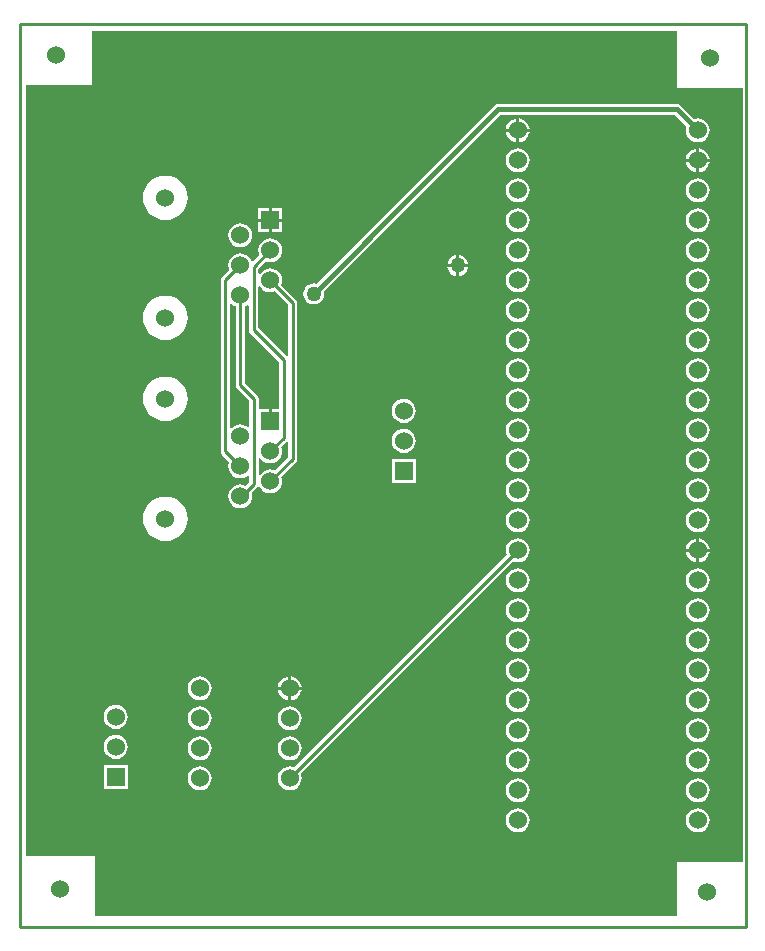
<source format=gbl>
G04*
G04 #@! TF.GenerationSoftware,Altium Limited,Altium Designer,19.1.8 (144)*
G04*
G04 Layer_Physical_Order=2*
G04 Layer_Color=16711680*
%FSLAX25Y25*%
%MOIN*%
G70*
G01*
G75*
%ADD12C,0.01000*%
%ADD25C,0.01500*%
%ADD26C,0.06000*%
%ADD27R,0.06000X0.06000*%
%ADD28C,0.05000*%
G36*
X220000Y280500D02*
X242000D01*
Y22500D01*
X220000D01*
Y4500D01*
X26000D01*
Y24500D01*
X3000D01*
Y281500D01*
X25000D01*
Y299500D01*
X220000D01*
Y280500D01*
D02*
G37*
%LPC*%
G36*
X167500Y270469D02*
Y267000D01*
X170969D01*
X170897Y267544D01*
X170494Y268517D01*
X169853Y269353D01*
X169017Y269994D01*
X168044Y270397D01*
X167500Y270469D01*
D02*
G37*
G36*
X166500D02*
X165956Y270397D01*
X164983Y269994D01*
X164147Y269353D01*
X163506Y268517D01*
X163103Y267544D01*
X163031Y267000D01*
X166500D01*
Y270469D01*
D02*
G37*
G36*
X170969Y266000D02*
X167500D01*
Y262531D01*
X168044Y262603D01*
X169017Y263006D01*
X169853Y263647D01*
X170494Y264483D01*
X170897Y265456D01*
X170969Y266000D01*
D02*
G37*
G36*
X166500D02*
X163031D01*
X163103Y265456D01*
X163506Y264483D01*
X164147Y263647D01*
X164983Y263006D01*
X165956Y262603D01*
X166500Y262531D01*
Y266000D01*
D02*
G37*
G36*
X220000Y275284D02*
X160500D01*
X159817Y275149D01*
X159238Y274762D01*
X159238Y274762D01*
X133238Y248762D01*
X99890Y215413D01*
X99000Y215530D01*
X98086Y215410D01*
X97235Y215057D01*
X96504Y214496D01*
X95943Y213765D01*
X95590Y212914D01*
X95470Y212000D01*
X95590Y211086D01*
X95943Y210235D01*
X96504Y209504D01*
X97235Y208943D01*
X98086Y208590D01*
X99000Y208470D01*
X99914Y208590D01*
X100765Y208943D01*
X101496Y209504D01*
X102057Y210235D01*
X102410Y211086D01*
X102530Y212000D01*
X102413Y212890D01*
X135762Y246238D01*
X161239Y271716D01*
X219261D01*
X223199Y267777D01*
X223103Y267544D01*
X222966Y266500D01*
X223103Y265456D01*
X223506Y264483D01*
X224147Y263647D01*
X224983Y263006D01*
X225956Y262603D01*
X227000Y262466D01*
X228044Y262603D01*
X229017Y263006D01*
X229853Y263647D01*
X230494Y264483D01*
X230897Y265456D01*
X231034Y266500D01*
X230897Y267544D01*
X230494Y268517D01*
X229853Y269353D01*
X229017Y269994D01*
X228044Y270397D01*
X227000Y270534D01*
X225956Y270397D01*
X225723Y270301D01*
X221262Y274762D01*
X220683Y275149D01*
X220000Y275284D01*
D02*
G37*
G36*
X227500Y260469D02*
Y257000D01*
X230969D01*
X230897Y257544D01*
X230494Y258517D01*
X229853Y259353D01*
X229017Y259994D01*
X228044Y260397D01*
X227500Y260469D01*
D02*
G37*
G36*
X226500D02*
X225956Y260397D01*
X224983Y259994D01*
X224147Y259353D01*
X223506Y258517D01*
X223103Y257544D01*
X223031Y257000D01*
X226500D01*
Y260469D01*
D02*
G37*
G36*
X230969Y256000D02*
X227500D01*
Y252531D01*
X228044Y252603D01*
X229017Y253006D01*
X229853Y253647D01*
X230494Y254483D01*
X230897Y255456D01*
X230969Y256000D01*
D02*
G37*
G36*
X226500D02*
X223031D01*
X223103Y255456D01*
X223506Y254483D01*
X224147Y253647D01*
X224983Y253006D01*
X225956Y252603D01*
X226500Y252531D01*
Y256000D01*
D02*
G37*
G36*
X167000Y260535D02*
X165956Y260397D01*
X164983Y259994D01*
X164147Y259353D01*
X163506Y258517D01*
X163103Y257544D01*
X162966Y256500D01*
X163103Y255456D01*
X163506Y254483D01*
X164147Y253647D01*
X164983Y253006D01*
X165956Y252603D01*
X167000Y252466D01*
X168044Y252603D01*
X169017Y253006D01*
X169853Y253647D01*
X170494Y254483D01*
X170897Y255456D01*
X171035Y256500D01*
X170897Y257544D01*
X170494Y258517D01*
X169853Y259353D01*
X169017Y259994D01*
X168044Y260397D01*
X167000Y260535D01*
D02*
G37*
G36*
X227000Y250535D02*
X225956Y250397D01*
X224983Y249994D01*
X224147Y249353D01*
X223506Y248517D01*
X223103Y247544D01*
X222966Y246500D01*
X223103Y245456D01*
X223506Y244483D01*
X224147Y243647D01*
X224983Y243006D01*
X225956Y242603D01*
X227000Y242465D01*
X228044Y242603D01*
X229017Y243006D01*
X229853Y243647D01*
X230494Y244483D01*
X230897Y245456D01*
X231034Y246500D01*
X230897Y247544D01*
X230494Y248517D01*
X229853Y249353D01*
X229017Y249994D01*
X228044Y250397D01*
X227000Y250535D01*
D02*
G37*
G36*
X167000D02*
X165956Y250397D01*
X164983Y249994D01*
X164147Y249353D01*
X163506Y248517D01*
X163103Y247544D01*
X162966Y246500D01*
X163103Y245456D01*
X163506Y244483D01*
X164147Y243647D01*
X164983Y243006D01*
X165956Y242603D01*
X167000Y242465D01*
X168044Y242603D01*
X169017Y243006D01*
X169853Y243647D01*
X170494Y244483D01*
X170897Y245456D01*
X171035Y246500D01*
X170897Y247544D01*
X170494Y248517D01*
X169853Y249353D01*
X169017Y249994D01*
X168044Y250397D01*
X167000Y250535D01*
D02*
G37*
G36*
X88500Y240500D02*
X85000D01*
Y237000D01*
X88500D01*
Y240500D01*
D02*
G37*
G36*
X84000D02*
X80500D01*
Y237000D01*
X84000D01*
Y240500D01*
D02*
G37*
G36*
X49500Y251433D02*
X48050Y251291D01*
X46655Y250868D01*
X45370Y250181D01*
X44244Y249256D01*
X43319Y248130D01*
X42632Y246845D01*
X42209Y245450D01*
X42067Y244000D01*
X42209Y242550D01*
X42632Y241155D01*
X43319Y239870D01*
X44244Y238744D01*
X45370Y237819D01*
X46655Y237132D01*
X48050Y236709D01*
X49500Y236567D01*
X50950Y236709D01*
X52345Y237132D01*
X53630Y237819D01*
X54756Y238744D01*
X55681Y239870D01*
X56368Y241155D01*
X56791Y242550D01*
X56933Y244000D01*
X56791Y245450D01*
X56368Y246845D01*
X55681Y248130D01*
X54756Y249256D01*
X53630Y250181D01*
X52345Y250868D01*
X50950Y251291D01*
X49500Y251433D01*
D02*
G37*
G36*
X88500Y236000D02*
X85000D01*
Y232500D01*
X88500D01*
Y236000D01*
D02*
G37*
G36*
X84000D02*
X80500D01*
Y232500D01*
X84000D01*
Y236000D01*
D02*
G37*
G36*
X227000Y240534D02*
X225956Y240397D01*
X224983Y239994D01*
X224147Y239353D01*
X223506Y238517D01*
X223103Y237544D01*
X222966Y236500D01*
X223103Y235456D01*
X223506Y234483D01*
X224147Y233647D01*
X224983Y233006D01*
X225956Y232603D01*
X227000Y232466D01*
X228044Y232603D01*
X229017Y233006D01*
X229853Y233647D01*
X230494Y234483D01*
X230897Y235456D01*
X231034Y236500D01*
X230897Y237544D01*
X230494Y238517D01*
X229853Y239353D01*
X229017Y239994D01*
X228044Y240397D01*
X227000Y240534D01*
D02*
G37*
G36*
X167000D02*
X165956Y240397D01*
X164983Y239994D01*
X164147Y239353D01*
X163506Y238517D01*
X163103Y237544D01*
X162966Y236500D01*
X163103Y235456D01*
X163506Y234483D01*
X164147Y233647D01*
X164983Y233006D01*
X165956Y232603D01*
X167000Y232466D01*
X168044Y232603D01*
X169017Y233006D01*
X169853Y233647D01*
X170494Y234483D01*
X170897Y235456D01*
X171035Y236500D01*
X170897Y237544D01*
X170494Y238517D01*
X169853Y239353D01*
X169017Y239994D01*
X168044Y240397D01*
X167000Y240534D01*
D02*
G37*
G36*
X74500Y235535D02*
X73456Y235397D01*
X72483Y234994D01*
X71647Y234353D01*
X71006Y233517D01*
X70603Y232544D01*
X70465Y231500D01*
X70603Y230456D01*
X71006Y229483D01*
X71647Y228647D01*
X72483Y228006D01*
X73456Y227603D01*
X74500Y227466D01*
X75544Y227603D01*
X76517Y228006D01*
X77353Y228647D01*
X77994Y229483D01*
X78397Y230456D01*
X78535Y231500D01*
X78397Y232544D01*
X77994Y233517D01*
X77353Y234353D01*
X76517Y234994D01*
X75544Y235397D01*
X74500Y235535D01*
D02*
G37*
G36*
X84500Y230535D02*
X83456Y230397D01*
X82483Y229994D01*
X81647Y229353D01*
X81006Y228517D01*
X80603Y227544D01*
X80466Y226500D01*
X80603Y225456D01*
X80805Y224968D01*
X78711Y222873D01*
X78220Y222971D01*
X77994Y223517D01*
X77353Y224353D01*
X76517Y224994D01*
X75544Y225397D01*
X74500Y225535D01*
X73456Y225397D01*
X72483Y224994D01*
X71647Y224353D01*
X71006Y223517D01*
X70603Y222544D01*
X70465Y221500D01*
X70603Y220456D01*
X70805Y219968D01*
X68419Y217581D01*
X68087Y217085D01*
X67971Y216500D01*
Y159500D01*
X68087Y158915D01*
X68419Y158419D01*
X70805Y156032D01*
X70603Y155544D01*
X70465Y154500D01*
X70603Y153456D01*
X71006Y152483D01*
X71647Y151647D01*
X72483Y151006D01*
X73456Y150603D01*
X74500Y150466D01*
X75544Y150603D01*
X76517Y151006D01*
X77056Y151420D01*
X77556Y151173D01*
Y149219D01*
X76386Y148048D01*
X75544Y148397D01*
X74500Y148535D01*
X73456Y148397D01*
X72483Y147994D01*
X71647Y147353D01*
X71006Y146517D01*
X70603Y145544D01*
X70465Y144500D01*
X70603Y143456D01*
X71006Y142483D01*
X71647Y141647D01*
X72483Y141006D01*
X73456Y140603D01*
X74500Y140465D01*
X75544Y140603D01*
X76517Y141006D01*
X77353Y141647D01*
X77994Y142483D01*
X78397Y143456D01*
X78535Y144500D01*
X78397Y145544D01*
X78341Y145678D01*
X80167Y147504D01*
X80345Y147771D01*
X80910Y147715D01*
X81006Y147483D01*
X81647Y146647D01*
X82483Y146006D01*
X83456Y145603D01*
X84500Y145466D01*
X85544Y145603D01*
X86517Y146006D01*
X87353Y146647D01*
X87994Y147483D01*
X88397Y148456D01*
X88534Y149500D01*
X88397Y150544D01*
X88195Y151032D01*
X93081Y155919D01*
X93413Y156415D01*
X93529Y157000D01*
Y209000D01*
X93413Y209585D01*
X93081Y210081D01*
X88195Y214968D01*
X88397Y215456D01*
X88534Y216500D01*
X88397Y217544D01*
X87994Y218517D01*
X87353Y219353D01*
X86517Y219994D01*
X85544Y220397D01*
X84500Y220534D01*
X83456Y220397D01*
X82483Y219994D01*
X81647Y219353D01*
X81029Y218548D01*
X80976Y218545D01*
X80529Y218800D01*
Y220367D01*
X82968Y222805D01*
X83456Y222603D01*
X84500Y222465D01*
X85544Y222603D01*
X86517Y223006D01*
X87353Y223647D01*
X87994Y224483D01*
X88397Y225456D01*
X88534Y226500D01*
X88397Y227544D01*
X87994Y228517D01*
X87353Y229353D01*
X86517Y229994D01*
X85544Y230397D01*
X84500Y230535D01*
D02*
G37*
G36*
X227000D02*
X225956Y230397D01*
X224983Y229994D01*
X224147Y229353D01*
X223506Y228517D01*
X223103Y227544D01*
X222966Y226500D01*
X223103Y225456D01*
X223506Y224483D01*
X224147Y223647D01*
X224983Y223006D01*
X225956Y222603D01*
X227000Y222465D01*
X228044Y222603D01*
X229017Y223006D01*
X229853Y223647D01*
X230494Y224483D01*
X230897Y225456D01*
X231034Y226500D01*
X230897Y227544D01*
X230494Y228517D01*
X229853Y229353D01*
X229017Y229994D01*
X228044Y230397D01*
X227000Y230535D01*
D02*
G37*
G36*
X167000D02*
X165956Y230397D01*
X164983Y229994D01*
X164147Y229353D01*
X163506Y228517D01*
X163103Y227544D01*
X162966Y226500D01*
X163103Y225456D01*
X163506Y224483D01*
X164147Y223647D01*
X164983Y223006D01*
X165956Y222603D01*
X167000Y222465D01*
X168044Y222603D01*
X169017Y223006D01*
X169853Y223647D01*
X170494Y224483D01*
X170897Y225456D01*
X171035Y226500D01*
X170897Y227544D01*
X170494Y228517D01*
X169853Y229353D01*
X169017Y229994D01*
X168044Y230397D01*
X167000Y230535D01*
D02*
G37*
G36*
X147500Y224964D02*
Y222000D01*
X150464D01*
X150410Y222414D01*
X150057Y223265D01*
X149496Y223996D01*
X148765Y224557D01*
X147914Y224910D01*
X147500Y224964D01*
D02*
G37*
G36*
X146500D02*
X146086Y224910D01*
X145235Y224557D01*
X144504Y223996D01*
X143943Y223265D01*
X143590Y222414D01*
X143536Y222000D01*
X146500D01*
Y224964D01*
D02*
G37*
G36*
X150464Y221000D02*
X147500D01*
Y218036D01*
X147914Y218090D01*
X148765Y218443D01*
X149496Y219004D01*
X150057Y219735D01*
X150410Y220586D01*
X150464Y221000D01*
D02*
G37*
G36*
X146500D02*
X143536D01*
X143590Y220586D01*
X143943Y219735D01*
X144504Y219004D01*
X145235Y218443D01*
X146086Y218090D01*
X146500Y218036D01*
Y221000D01*
D02*
G37*
G36*
X227000Y220534D02*
X225956Y220397D01*
X224983Y219994D01*
X224147Y219353D01*
X223506Y218517D01*
X223103Y217544D01*
X222966Y216500D01*
X223103Y215456D01*
X223506Y214483D01*
X224147Y213647D01*
X224983Y213006D01*
X225956Y212603D01*
X227000Y212466D01*
X228044Y212603D01*
X229017Y213006D01*
X229853Y213647D01*
X230494Y214483D01*
X230897Y215456D01*
X231034Y216500D01*
X230897Y217544D01*
X230494Y218517D01*
X229853Y219353D01*
X229017Y219994D01*
X228044Y220397D01*
X227000Y220534D01*
D02*
G37*
G36*
X167000D02*
X165956Y220397D01*
X164983Y219994D01*
X164147Y219353D01*
X163506Y218517D01*
X163103Y217544D01*
X162966Y216500D01*
X163103Y215456D01*
X163506Y214483D01*
X164147Y213647D01*
X164983Y213006D01*
X165956Y212603D01*
X167000Y212466D01*
X168044Y212603D01*
X169017Y213006D01*
X169853Y213647D01*
X170494Y214483D01*
X170897Y215456D01*
X171035Y216500D01*
X170897Y217544D01*
X170494Y218517D01*
X169853Y219353D01*
X169017Y219994D01*
X168044Y220397D01*
X167000Y220534D01*
D02*
G37*
G36*
X227000Y210535D02*
X225956Y210397D01*
X224983Y209994D01*
X224147Y209353D01*
X223506Y208517D01*
X223103Y207544D01*
X222966Y206500D01*
X223103Y205456D01*
X223506Y204483D01*
X224147Y203647D01*
X224983Y203006D01*
X225956Y202603D01*
X227000Y202466D01*
X228044Y202603D01*
X229017Y203006D01*
X229853Y203647D01*
X230494Y204483D01*
X230897Y205456D01*
X231034Y206500D01*
X230897Y207544D01*
X230494Y208517D01*
X229853Y209353D01*
X229017Y209994D01*
X228044Y210397D01*
X227000Y210535D01*
D02*
G37*
G36*
X167000D02*
X165956Y210397D01*
X164983Y209994D01*
X164147Y209353D01*
X163506Y208517D01*
X163103Y207544D01*
X162966Y206500D01*
X163103Y205456D01*
X163506Y204483D01*
X164147Y203647D01*
X164983Y203006D01*
X165956Y202603D01*
X167000Y202466D01*
X168044Y202603D01*
X169017Y203006D01*
X169853Y203647D01*
X170494Y204483D01*
X170897Y205456D01*
X171035Y206500D01*
X170897Y207544D01*
X170494Y208517D01*
X169853Y209353D01*
X169017Y209994D01*
X168044Y210397D01*
X167000Y210535D01*
D02*
G37*
G36*
X49500Y211433D02*
X48050Y211291D01*
X46655Y210868D01*
X45370Y210181D01*
X44244Y209256D01*
X43319Y208130D01*
X42632Y206845D01*
X42209Y205450D01*
X42067Y204000D01*
X42209Y202550D01*
X42632Y201155D01*
X43319Y199870D01*
X44244Y198744D01*
X45370Y197819D01*
X46655Y197132D01*
X48050Y196709D01*
X49500Y196567D01*
X50950Y196709D01*
X52345Y197132D01*
X53630Y197819D01*
X54756Y198744D01*
X55681Y199870D01*
X56368Y201155D01*
X56791Y202550D01*
X56933Y204000D01*
X56791Y205450D01*
X56368Y206845D01*
X55681Y208130D01*
X54756Y209256D01*
X53630Y210181D01*
X52345Y210868D01*
X50950Y211291D01*
X49500Y211433D01*
D02*
G37*
G36*
X227000Y200535D02*
X225956Y200397D01*
X224983Y199994D01*
X224147Y199353D01*
X223506Y198517D01*
X223103Y197544D01*
X222966Y196500D01*
X223103Y195456D01*
X223506Y194483D01*
X224147Y193647D01*
X224983Y193006D01*
X225956Y192603D01*
X227000Y192465D01*
X228044Y192603D01*
X229017Y193006D01*
X229853Y193647D01*
X230494Y194483D01*
X230897Y195456D01*
X231034Y196500D01*
X230897Y197544D01*
X230494Y198517D01*
X229853Y199353D01*
X229017Y199994D01*
X228044Y200397D01*
X227000Y200535D01*
D02*
G37*
G36*
X167000D02*
X165956Y200397D01*
X164983Y199994D01*
X164147Y199353D01*
X163506Y198517D01*
X163103Y197544D01*
X162966Y196500D01*
X163103Y195456D01*
X163506Y194483D01*
X164147Y193647D01*
X164983Y193006D01*
X165956Y192603D01*
X167000Y192465D01*
X168044Y192603D01*
X169017Y193006D01*
X169853Y193647D01*
X170494Y194483D01*
X170897Y195456D01*
X171035Y196500D01*
X170897Y197544D01*
X170494Y198517D01*
X169853Y199353D01*
X169017Y199994D01*
X168044Y200397D01*
X167000Y200535D01*
D02*
G37*
G36*
X227000Y190534D02*
X225956Y190397D01*
X224983Y189994D01*
X224147Y189353D01*
X223506Y188517D01*
X223103Y187544D01*
X222966Y186500D01*
X223103Y185456D01*
X223506Y184483D01*
X224147Y183647D01*
X224983Y183006D01*
X225956Y182603D01*
X227000Y182466D01*
X228044Y182603D01*
X229017Y183006D01*
X229853Y183647D01*
X230494Y184483D01*
X230897Y185456D01*
X231034Y186500D01*
X230897Y187544D01*
X230494Y188517D01*
X229853Y189353D01*
X229017Y189994D01*
X228044Y190397D01*
X227000Y190534D01*
D02*
G37*
G36*
X167000D02*
X165956Y190397D01*
X164983Y189994D01*
X164147Y189353D01*
X163506Y188517D01*
X163103Y187544D01*
X162966Y186500D01*
X163103Y185456D01*
X163506Y184483D01*
X164147Y183647D01*
X164983Y183006D01*
X165956Y182603D01*
X167000Y182466D01*
X168044Y182603D01*
X169017Y183006D01*
X169853Y183647D01*
X170494Y184483D01*
X170897Y185456D01*
X171035Y186500D01*
X170897Y187544D01*
X170494Y188517D01*
X169853Y189353D01*
X169017Y189994D01*
X168044Y190397D01*
X167000Y190534D01*
D02*
G37*
G36*
X227000Y180535D02*
X225956Y180397D01*
X224983Y179994D01*
X224147Y179353D01*
X223506Y178517D01*
X223103Y177544D01*
X222966Y176500D01*
X223103Y175456D01*
X223506Y174483D01*
X224147Y173647D01*
X224983Y173006D01*
X225956Y172603D01*
X227000Y172466D01*
X228044Y172603D01*
X229017Y173006D01*
X229853Y173647D01*
X230494Y174483D01*
X230897Y175456D01*
X231034Y176500D01*
X230897Y177544D01*
X230494Y178517D01*
X229853Y179353D01*
X229017Y179994D01*
X228044Y180397D01*
X227000Y180535D01*
D02*
G37*
G36*
X167000D02*
X165956Y180397D01*
X164983Y179994D01*
X164147Y179353D01*
X163506Y178517D01*
X163103Y177544D01*
X162966Y176500D01*
X163103Y175456D01*
X163506Y174483D01*
X164147Y173647D01*
X164983Y173006D01*
X165956Y172603D01*
X167000Y172466D01*
X168044Y172603D01*
X169017Y173006D01*
X169853Y173647D01*
X170494Y174483D01*
X170897Y175456D01*
X171035Y176500D01*
X170897Y177544D01*
X170494Y178517D01*
X169853Y179353D01*
X169017Y179994D01*
X168044Y180397D01*
X167000Y180535D01*
D02*
G37*
G36*
X49500Y184433D02*
X48050Y184291D01*
X46655Y183868D01*
X45370Y183181D01*
X44244Y182256D01*
X43319Y181130D01*
X42632Y179845D01*
X42209Y178450D01*
X42067Y177000D01*
X42209Y175550D01*
X42632Y174155D01*
X43319Y172870D01*
X44244Y171744D01*
X45370Y170819D01*
X46655Y170132D01*
X48050Y169709D01*
X49500Y169567D01*
X50950Y169709D01*
X52345Y170132D01*
X53630Y170819D01*
X54756Y171744D01*
X55681Y172870D01*
X56368Y174155D01*
X56791Y175550D01*
X56933Y177000D01*
X56791Y178450D01*
X56368Y179845D01*
X55681Y181130D01*
X54756Y182256D01*
X53630Y183181D01*
X52345Y183868D01*
X50950Y184291D01*
X49500Y184433D01*
D02*
G37*
G36*
X129000Y177034D02*
X127956Y176897D01*
X126983Y176494D01*
X126147Y175853D01*
X125506Y175017D01*
X125103Y174044D01*
X124966Y173000D01*
X125103Y171956D01*
X125506Y170983D01*
X126147Y170147D01*
X126983Y169506D01*
X127956Y169103D01*
X129000Y168965D01*
X130044Y169103D01*
X131017Y169506D01*
X131853Y170147D01*
X132494Y170983D01*
X132897Y171956D01*
X133035Y173000D01*
X132897Y174044D01*
X132494Y175017D01*
X131853Y175853D01*
X131017Y176494D01*
X130044Y176897D01*
X129000Y177034D01*
D02*
G37*
G36*
X227000Y170535D02*
X225956Y170397D01*
X224983Y169994D01*
X224147Y169353D01*
X223506Y168517D01*
X223103Y167544D01*
X222966Y166500D01*
X223103Y165456D01*
X223506Y164483D01*
X224147Y163647D01*
X224983Y163006D01*
X225956Y162603D01*
X227000Y162466D01*
X228044Y162603D01*
X229017Y163006D01*
X229853Y163647D01*
X230494Y164483D01*
X230897Y165456D01*
X231034Y166500D01*
X230897Y167544D01*
X230494Y168517D01*
X229853Y169353D01*
X229017Y169994D01*
X228044Y170397D01*
X227000Y170535D01*
D02*
G37*
G36*
X167000D02*
X165956Y170397D01*
X164983Y169994D01*
X164147Y169353D01*
X163506Y168517D01*
X163103Y167544D01*
X162966Y166500D01*
X163103Y165456D01*
X163506Y164483D01*
X164147Y163647D01*
X164983Y163006D01*
X165956Y162603D01*
X167000Y162466D01*
X168044Y162603D01*
X169017Y163006D01*
X169853Y163647D01*
X170494Y164483D01*
X170897Y165456D01*
X171035Y166500D01*
X170897Y167544D01*
X170494Y168517D01*
X169853Y169353D01*
X169017Y169994D01*
X168044Y170397D01*
X167000Y170535D01*
D02*
G37*
G36*
X129000Y167034D02*
X127956Y166897D01*
X126983Y166494D01*
X126147Y165853D01*
X125506Y165017D01*
X125103Y164044D01*
X124966Y163000D01*
X125103Y161956D01*
X125506Y160983D01*
X126147Y160147D01*
X126983Y159506D01*
X127956Y159103D01*
X129000Y158966D01*
X130044Y159103D01*
X131017Y159506D01*
X131853Y160147D01*
X132494Y160983D01*
X132897Y161956D01*
X133035Y163000D01*
X132897Y164044D01*
X132494Y165017D01*
X131853Y165853D01*
X131017Y166494D01*
X130044Y166897D01*
X129000Y167034D01*
D02*
G37*
G36*
X227000Y160535D02*
X225956Y160397D01*
X224983Y159994D01*
X224147Y159353D01*
X223506Y158517D01*
X223103Y157544D01*
X222966Y156500D01*
X223103Y155456D01*
X223506Y154483D01*
X224147Y153647D01*
X224983Y153006D01*
X225956Y152603D01*
X227000Y152465D01*
X228044Y152603D01*
X229017Y153006D01*
X229853Y153647D01*
X230494Y154483D01*
X230897Y155456D01*
X231034Y156500D01*
X230897Y157544D01*
X230494Y158517D01*
X229853Y159353D01*
X229017Y159994D01*
X228044Y160397D01*
X227000Y160535D01*
D02*
G37*
G36*
X167000D02*
X165956Y160397D01*
X164983Y159994D01*
X164147Y159353D01*
X163506Y158517D01*
X163103Y157544D01*
X162966Y156500D01*
X163103Y155456D01*
X163506Y154483D01*
X164147Y153647D01*
X164983Y153006D01*
X165956Y152603D01*
X167000Y152465D01*
X168044Y152603D01*
X169017Y153006D01*
X169853Y153647D01*
X170494Y154483D01*
X170897Y155456D01*
X171035Y156500D01*
X170897Y157544D01*
X170494Y158517D01*
X169853Y159353D01*
X169017Y159994D01*
X168044Y160397D01*
X167000Y160535D01*
D02*
G37*
G36*
X133000Y157000D02*
X125000D01*
Y149000D01*
X133000D01*
Y157000D01*
D02*
G37*
G36*
X227000Y150534D02*
X225956Y150397D01*
X224983Y149994D01*
X224147Y149353D01*
X223506Y148517D01*
X223103Y147544D01*
X222966Y146500D01*
X223103Y145456D01*
X223506Y144483D01*
X224147Y143647D01*
X224983Y143006D01*
X225956Y142603D01*
X227000Y142465D01*
X228044Y142603D01*
X229017Y143006D01*
X229853Y143647D01*
X230494Y144483D01*
X230897Y145456D01*
X231034Y146500D01*
X230897Y147544D01*
X230494Y148517D01*
X229853Y149353D01*
X229017Y149994D01*
X228044Y150397D01*
X227000Y150534D01*
D02*
G37*
G36*
X167000D02*
X165956Y150397D01*
X164983Y149994D01*
X164147Y149353D01*
X163506Y148517D01*
X163103Y147544D01*
X162966Y146500D01*
X163103Y145456D01*
X163506Y144483D01*
X164147Y143647D01*
X164983Y143006D01*
X165956Y142603D01*
X167000Y142465D01*
X168044Y142603D01*
X169017Y143006D01*
X169853Y143647D01*
X170494Y144483D01*
X170897Y145456D01*
X171035Y146500D01*
X170897Y147544D01*
X170494Y148517D01*
X169853Y149353D01*
X169017Y149994D01*
X168044Y150397D01*
X167000Y150534D01*
D02*
G37*
G36*
X227000Y140534D02*
X225956Y140397D01*
X224983Y139994D01*
X224147Y139353D01*
X223506Y138517D01*
X223103Y137544D01*
X222966Y136500D01*
X223103Y135456D01*
X223506Y134483D01*
X224147Y133647D01*
X224983Y133006D01*
X225956Y132603D01*
X227000Y132466D01*
X228044Y132603D01*
X229017Y133006D01*
X229853Y133647D01*
X230494Y134483D01*
X230897Y135456D01*
X231034Y136500D01*
X230897Y137544D01*
X230494Y138517D01*
X229853Y139353D01*
X229017Y139994D01*
X228044Y140397D01*
X227000Y140534D01*
D02*
G37*
G36*
X167000D02*
X165956Y140397D01*
X164983Y139994D01*
X164147Y139353D01*
X163506Y138517D01*
X163103Y137544D01*
X162966Y136500D01*
X163103Y135456D01*
X163506Y134483D01*
X164147Y133647D01*
X164983Y133006D01*
X165956Y132603D01*
X167000Y132466D01*
X168044Y132603D01*
X169017Y133006D01*
X169853Y133647D01*
X170494Y134483D01*
X170897Y135456D01*
X171035Y136500D01*
X170897Y137544D01*
X170494Y138517D01*
X169853Y139353D01*
X169017Y139994D01*
X168044Y140397D01*
X167000Y140534D01*
D02*
G37*
G36*
X49500Y144433D02*
X48050Y144291D01*
X46655Y143868D01*
X45370Y143181D01*
X44244Y142256D01*
X43319Y141130D01*
X42632Y139845D01*
X42209Y138450D01*
X42067Y137000D01*
X42209Y135550D01*
X42632Y134155D01*
X43319Y132870D01*
X44244Y131744D01*
X45370Y130819D01*
X46655Y130132D01*
X48050Y129709D01*
X49500Y129567D01*
X50950Y129709D01*
X52345Y130132D01*
X53630Y130819D01*
X54756Y131744D01*
X55681Y132870D01*
X56368Y134155D01*
X56791Y135550D01*
X56933Y137000D01*
X56791Y138450D01*
X56368Y139845D01*
X55681Y141130D01*
X54756Y142256D01*
X53630Y143181D01*
X52345Y143868D01*
X50950Y144291D01*
X49500Y144433D01*
D02*
G37*
G36*
X227500Y130469D02*
Y127000D01*
X230969D01*
X230897Y127544D01*
X230494Y128517D01*
X229853Y129353D01*
X229017Y129994D01*
X228044Y130397D01*
X227500Y130469D01*
D02*
G37*
G36*
X226500D02*
X225956Y130397D01*
X224983Y129994D01*
X224147Y129353D01*
X223506Y128517D01*
X223103Y127544D01*
X223031Y127000D01*
X226500D01*
Y130469D01*
D02*
G37*
G36*
X230969Y126000D02*
X227500D01*
Y122531D01*
X228044Y122603D01*
X229017Y123006D01*
X229853Y123647D01*
X230494Y124483D01*
X230897Y125456D01*
X230969Y126000D01*
D02*
G37*
G36*
X226500D02*
X223031D01*
X223103Y125456D01*
X223506Y124483D01*
X224147Y123647D01*
X224983Y123006D01*
X225956Y122603D01*
X226500Y122531D01*
Y126000D01*
D02*
G37*
G36*
X167000Y130535D02*
X165956Y130397D01*
X164983Y129994D01*
X164147Y129353D01*
X163506Y128517D01*
X163103Y127544D01*
X162966Y126500D01*
X163103Y125456D01*
X163305Y124968D01*
X92532Y54195D01*
X92044Y54397D01*
X91000Y54535D01*
X89956Y54397D01*
X88983Y53994D01*
X88147Y53353D01*
X87506Y52517D01*
X87103Y51544D01*
X86966Y50500D01*
X87103Y49456D01*
X87506Y48483D01*
X88147Y47647D01*
X88983Y47006D01*
X89956Y46603D01*
X91000Y46466D01*
X92044Y46603D01*
X93017Y47006D01*
X93853Y47647D01*
X94494Y48483D01*
X94897Y49456D01*
X95034Y50500D01*
X94897Y51544D01*
X94695Y52032D01*
X165468Y122805D01*
X165956Y122603D01*
X167000Y122466D01*
X168044Y122603D01*
X169017Y123006D01*
X169853Y123647D01*
X170494Y124483D01*
X170897Y125456D01*
X171035Y126500D01*
X170897Y127544D01*
X170494Y128517D01*
X169853Y129353D01*
X169017Y129994D01*
X168044Y130397D01*
X167000Y130535D01*
D02*
G37*
G36*
X227000Y120535D02*
X225956Y120397D01*
X224983Y119994D01*
X224147Y119353D01*
X223506Y118517D01*
X223103Y117544D01*
X222966Y116500D01*
X223103Y115456D01*
X223506Y114483D01*
X224147Y113647D01*
X224983Y113006D01*
X225956Y112603D01*
X227000Y112466D01*
X228044Y112603D01*
X229017Y113006D01*
X229853Y113647D01*
X230494Y114483D01*
X230897Y115456D01*
X231034Y116500D01*
X230897Y117544D01*
X230494Y118517D01*
X229853Y119353D01*
X229017Y119994D01*
X228044Y120397D01*
X227000Y120535D01*
D02*
G37*
G36*
X167000D02*
X165956Y120397D01*
X164983Y119994D01*
X164147Y119353D01*
X163506Y118517D01*
X163103Y117544D01*
X162966Y116500D01*
X163103Y115456D01*
X163506Y114483D01*
X164147Y113647D01*
X164983Y113006D01*
X165956Y112603D01*
X167000Y112466D01*
X168044Y112603D01*
X169017Y113006D01*
X169853Y113647D01*
X170494Y114483D01*
X170897Y115456D01*
X171035Y116500D01*
X170897Y117544D01*
X170494Y118517D01*
X169853Y119353D01*
X169017Y119994D01*
X168044Y120397D01*
X167000Y120535D01*
D02*
G37*
G36*
X227000Y110535D02*
X225956Y110397D01*
X224983Y109994D01*
X224147Y109353D01*
X223506Y108517D01*
X223103Y107544D01*
X222966Y106500D01*
X223103Y105456D01*
X223506Y104483D01*
X224147Y103647D01*
X224983Y103006D01*
X225956Y102603D01*
X227000Y102465D01*
X228044Y102603D01*
X229017Y103006D01*
X229853Y103647D01*
X230494Y104483D01*
X230897Y105456D01*
X231034Y106500D01*
X230897Y107544D01*
X230494Y108517D01*
X229853Y109353D01*
X229017Y109994D01*
X228044Y110397D01*
X227000Y110535D01*
D02*
G37*
G36*
X167000D02*
X165956Y110397D01*
X164983Y109994D01*
X164147Y109353D01*
X163506Y108517D01*
X163103Y107544D01*
X162966Y106500D01*
X163103Y105456D01*
X163506Y104483D01*
X164147Y103647D01*
X164983Y103006D01*
X165956Y102603D01*
X167000Y102465D01*
X168044Y102603D01*
X169017Y103006D01*
X169853Y103647D01*
X170494Y104483D01*
X170897Y105456D01*
X171035Y106500D01*
X170897Y107544D01*
X170494Y108517D01*
X169853Y109353D01*
X169017Y109994D01*
X168044Y110397D01*
X167000Y110535D01*
D02*
G37*
G36*
X227000Y100534D02*
X225956Y100397D01*
X224983Y99994D01*
X224147Y99353D01*
X223506Y98517D01*
X223103Y97544D01*
X222966Y96500D01*
X223103Y95456D01*
X223506Y94483D01*
X224147Y93647D01*
X224983Y93006D01*
X225956Y92603D01*
X227000Y92466D01*
X228044Y92603D01*
X229017Y93006D01*
X229853Y93647D01*
X230494Y94483D01*
X230897Y95456D01*
X231034Y96500D01*
X230897Y97544D01*
X230494Y98517D01*
X229853Y99353D01*
X229017Y99994D01*
X228044Y100397D01*
X227000Y100534D01*
D02*
G37*
G36*
X167000D02*
X165956Y100397D01*
X164983Y99994D01*
X164147Y99353D01*
X163506Y98517D01*
X163103Y97544D01*
X162966Y96500D01*
X163103Y95456D01*
X163506Y94483D01*
X164147Y93647D01*
X164983Y93006D01*
X165956Y92603D01*
X167000Y92466D01*
X168044Y92603D01*
X169017Y93006D01*
X169853Y93647D01*
X170494Y94483D01*
X170897Y95456D01*
X171035Y96500D01*
X170897Y97544D01*
X170494Y98517D01*
X169853Y99353D01*
X169017Y99994D01*
X168044Y100397D01*
X167000Y100534D01*
D02*
G37*
G36*
X227000Y90535D02*
X225956Y90397D01*
X224983Y89994D01*
X224147Y89353D01*
X223506Y88517D01*
X223103Y87544D01*
X222966Y86500D01*
X223103Y85456D01*
X223506Y84483D01*
X224147Y83647D01*
X224983Y83006D01*
X225956Y82603D01*
X227000Y82465D01*
X228044Y82603D01*
X229017Y83006D01*
X229853Y83647D01*
X230494Y84483D01*
X230897Y85456D01*
X231034Y86500D01*
X230897Y87544D01*
X230494Y88517D01*
X229853Y89353D01*
X229017Y89994D01*
X228044Y90397D01*
X227000Y90535D01*
D02*
G37*
G36*
X167000D02*
X165956Y90397D01*
X164983Y89994D01*
X164147Y89353D01*
X163506Y88517D01*
X163103Y87544D01*
X162966Y86500D01*
X163103Y85456D01*
X163506Y84483D01*
X164147Y83647D01*
X164983Y83006D01*
X165956Y82603D01*
X167000Y82465D01*
X168044Y82603D01*
X169017Y83006D01*
X169853Y83647D01*
X170494Y84483D01*
X170897Y85456D01*
X171035Y86500D01*
X170897Y87544D01*
X170494Y88517D01*
X169853Y89353D01*
X169017Y89994D01*
X168044Y90397D01*
X167000Y90535D01*
D02*
G37*
G36*
X91500Y84469D02*
Y81000D01*
X94969D01*
X94897Y81544D01*
X94494Y82517D01*
X93853Y83353D01*
X93017Y83994D01*
X92044Y84397D01*
X91500Y84469D01*
D02*
G37*
G36*
X90500D02*
X89956Y84397D01*
X88983Y83994D01*
X88147Y83353D01*
X87506Y82517D01*
X87103Y81544D01*
X87031Y81000D01*
X90500D01*
Y84469D01*
D02*
G37*
G36*
X94969Y80000D02*
X91500D01*
Y76531D01*
X92044Y76603D01*
X93017Y77006D01*
X93853Y77647D01*
X94494Y78483D01*
X94897Y79456D01*
X94969Y80000D01*
D02*
G37*
G36*
X90500D02*
X87031D01*
X87103Y79456D01*
X87506Y78483D01*
X88147Y77647D01*
X88983Y77006D01*
X89956Y76603D01*
X90500Y76531D01*
Y80000D01*
D02*
G37*
G36*
X61000Y84535D02*
X59956Y84397D01*
X58983Y83994D01*
X58147Y83353D01*
X57506Y82517D01*
X57103Y81544D01*
X56966Y80500D01*
X57103Y79456D01*
X57506Y78483D01*
X58147Y77647D01*
X58983Y77006D01*
X59956Y76603D01*
X61000Y76465D01*
X62044Y76603D01*
X63017Y77006D01*
X63853Y77647D01*
X64494Y78483D01*
X64897Y79456D01*
X65035Y80500D01*
X64897Y81544D01*
X64494Y82517D01*
X63853Y83353D01*
X63017Y83994D01*
X62044Y84397D01*
X61000Y84535D01*
D02*
G37*
G36*
X227000Y80534D02*
X225956Y80397D01*
X224983Y79994D01*
X224147Y79353D01*
X223506Y78517D01*
X223103Y77544D01*
X222966Y76500D01*
X223103Y75456D01*
X223506Y74483D01*
X224147Y73647D01*
X224983Y73006D01*
X225956Y72603D01*
X227000Y72465D01*
X228044Y72603D01*
X229017Y73006D01*
X229853Y73647D01*
X230494Y74483D01*
X230897Y75456D01*
X231034Y76500D01*
X230897Y77544D01*
X230494Y78517D01*
X229853Y79353D01*
X229017Y79994D01*
X228044Y80397D01*
X227000Y80534D01*
D02*
G37*
G36*
X167000D02*
X165956Y80397D01*
X164983Y79994D01*
X164147Y79353D01*
X163506Y78517D01*
X163103Y77544D01*
X162966Y76500D01*
X163103Y75456D01*
X163506Y74483D01*
X164147Y73647D01*
X164983Y73006D01*
X165956Y72603D01*
X167000Y72465D01*
X168044Y72603D01*
X169017Y73006D01*
X169853Y73647D01*
X170494Y74483D01*
X170897Y75456D01*
X171035Y76500D01*
X170897Y77544D01*
X170494Y78517D01*
X169853Y79353D01*
X169017Y79994D01*
X168044Y80397D01*
X167000Y80534D01*
D02*
G37*
G36*
X33000Y75034D02*
X31956Y74897D01*
X30983Y74494D01*
X30147Y73853D01*
X29506Y73017D01*
X29103Y72044D01*
X28965Y71000D01*
X29103Y69956D01*
X29506Y68983D01*
X30147Y68147D01*
X30983Y67506D01*
X31956Y67103D01*
X33000Y66966D01*
X34044Y67103D01*
X35017Y67506D01*
X35853Y68147D01*
X36494Y68983D01*
X36897Y69956D01*
X37034Y71000D01*
X36897Y72044D01*
X36494Y73017D01*
X35853Y73853D01*
X35017Y74494D01*
X34044Y74897D01*
X33000Y75034D01*
D02*
G37*
G36*
X91000Y74534D02*
X89956Y74397D01*
X88983Y73994D01*
X88147Y73353D01*
X87506Y72517D01*
X87103Y71544D01*
X86966Y70500D01*
X87103Y69456D01*
X87506Y68483D01*
X88147Y67647D01*
X88983Y67006D01*
X89956Y66603D01*
X91000Y66466D01*
X92044Y66603D01*
X93017Y67006D01*
X93853Y67647D01*
X94494Y68483D01*
X94897Y69456D01*
X95034Y70500D01*
X94897Y71544D01*
X94494Y72517D01*
X93853Y73353D01*
X93017Y73994D01*
X92044Y74397D01*
X91000Y74534D01*
D02*
G37*
G36*
X61000D02*
X59956Y74397D01*
X58983Y73994D01*
X58147Y73353D01*
X57506Y72517D01*
X57103Y71544D01*
X56966Y70500D01*
X57103Y69456D01*
X57506Y68483D01*
X58147Y67647D01*
X58983Y67006D01*
X59956Y66603D01*
X61000Y66466D01*
X62044Y66603D01*
X63017Y67006D01*
X63853Y67647D01*
X64494Y68483D01*
X64897Y69456D01*
X65035Y70500D01*
X64897Y71544D01*
X64494Y72517D01*
X63853Y73353D01*
X63017Y73994D01*
X62044Y74397D01*
X61000Y74534D01*
D02*
G37*
G36*
X227000Y70534D02*
X225956Y70397D01*
X224983Y69994D01*
X224147Y69353D01*
X223506Y68517D01*
X223103Y67544D01*
X222966Y66500D01*
X223103Y65456D01*
X223506Y64483D01*
X224147Y63647D01*
X224983Y63006D01*
X225956Y62603D01*
X227000Y62466D01*
X228044Y62603D01*
X229017Y63006D01*
X229853Y63647D01*
X230494Y64483D01*
X230897Y65456D01*
X231034Y66500D01*
X230897Y67544D01*
X230494Y68517D01*
X229853Y69353D01*
X229017Y69994D01*
X228044Y70397D01*
X227000Y70534D01*
D02*
G37*
G36*
X167000D02*
X165956Y70397D01*
X164983Y69994D01*
X164147Y69353D01*
X163506Y68517D01*
X163103Y67544D01*
X162966Y66500D01*
X163103Y65456D01*
X163506Y64483D01*
X164147Y63647D01*
X164983Y63006D01*
X165956Y62603D01*
X167000Y62466D01*
X168044Y62603D01*
X169017Y63006D01*
X169853Y63647D01*
X170494Y64483D01*
X170897Y65456D01*
X171035Y66500D01*
X170897Y67544D01*
X170494Y68517D01*
X169853Y69353D01*
X169017Y69994D01*
X168044Y70397D01*
X167000Y70534D01*
D02*
G37*
G36*
X33000Y65035D02*
X31956Y64897D01*
X30983Y64494D01*
X30147Y63853D01*
X29506Y63017D01*
X29103Y62044D01*
X28965Y61000D01*
X29103Y59956D01*
X29506Y58983D01*
X30147Y58147D01*
X30983Y57506D01*
X31956Y57103D01*
X33000Y56966D01*
X34044Y57103D01*
X35017Y57506D01*
X35853Y58147D01*
X36494Y58983D01*
X36897Y59956D01*
X37034Y61000D01*
X36897Y62044D01*
X36494Y63017D01*
X35853Y63853D01*
X35017Y64494D01*
X34044Y64897D01*
X33000Y65035D01*
D02*
G37*
G36*
X91000Y64534D02*
X89956Y64397D01*
X88983Y63994D01*
X88147Y63353D01*
X87506Y62517D01*
X87103Y61544D01*
X86966Y60500D01*
X87103Y59456D01*
X87506Y58483D01*
X88147Y57647D01*
X88983Y57006D01*
X89956Y56603D01*
X91000Y56466D01*
X92044Y56603D01*
X93017Y57006D01*
X93853Y57647D01*
X94494Y58483D01*
X94897Y59456D01*
X95034Y60500D01*
X94897Y61544D01*
X94494Y62517D01*
X93853Y63353D01*
X93017Y63994D01*
X92044Y64397D01*
X91000Y64534D01*
D02*
G37*
G36*
X61000D02*
X59956Y64397D01*
X58983Y63994D01*
X58147Y63353D01*
X57506Y62517D01*
X57103Y61544D01*
X56966Y60500D01*
X57103Y59456D01*
X57506Y58483D01*
X58147Y57647D01*
X58983Y57006D01*
X59956Y56603D01*
X61000Y56466D01*
X62044Y56603D01*
X63017Y57006D01*
X63853Y57647D01*
X64494Y58483D01*
X64897Y59456D01*
X65035Y60500D01*
X64897Y61544D01*
X64494Y62517D01*
X63853Y63353D01*
X63017Y63994D01*
X62044Y64397D01*
X61000Y64534D01*
D02*
G37*
G36*
X227000Y60535D02*
X225956Y60397D01*
X224983Y59994D01*
X224147Y59353D01*
X223506Y58517D01*
X223103Y57544D01*
X222966Y56500D01*
X223103Y55456D01*
X223506Y54483D01*
X224147Y53647D01*
X224983Y53006D01*
X225956Y52603D01*
X227000Y52465D01*
X228044Y52603D01*
X229017Y53006D01*
X229853Y53647D01*
X230494Y54483D01*
X230897Y55456D01*
X231034Y56500D01*
X230897Y57544D01*
X230494Y58517D01*
X229853Y59353D01*
X229017Y59994D01*
X228044Y60397D01*
X227000Y60535D01*
D02*
G37*
G36*
X167000D02*
X165956Y60397D01*
X164983Y59994D01*
X164147Y59353D01*
X163506Y58517D01*
X163103Y57544D01*
X162966Y56500D01*
X163103Y55456D01*
X163506Y54483D01*
X164147Y53647D01*
X164983Y53006D01*
X165956Y52603D01*
X167000Y52465D01*
X168044Y52603D01*
X169017Y53006D01*
X169853Y53647D01*
X170494Y54483D01*
X170897Y55456D01*
X171035Y56500D01*
X170897Y57544D01*
X170494Y58517D01*
X169853Y59353D01*
X169017Y59994D01*
X168044Y60397D01*
X167000Y60535D01*
D02*
G37*
G36*
X37000Y55000D02*
X29000D01*
Y47000D01*
X37000D01*
Y55000D01*
D02*
G37*
G36*
X61000Y54535D02*
X59956Y54397D01*
X58983Y53994D01*
X58147Y53353D01*
X57506Y52517D01*
X57103Y51544D01*
X56966Y50500D01*
X57103Y49456D01*
X57506Y48483D01*
X58147Y47647D01*
X58983Y47006D01*
X59956Y46603D01*
X61000Y46466D01*
X62044Y46603D01*
X63017Y47006D01*
X63853Y47647D01*
X64494Y48483D01*
X64897Y49456D01*
X65035Y50500D01*
X64897Y51544D01*
X64494Y52517D01*
X63853Y53353D01*
X63017Y53994D01*
X62044Y54397D01*
X61000Y54535D01*
D02*
G37*
G36*
X227000Y50534D02*
X225956Y50397D01*
X224983Y49994D01*
X224147Y49353D01*
X223506Y48517D01*
X223103Y47544D01*
X222966Y46500D01*
X223103Y45456D01*
X223506Y44483D01*
X224147Y43647D01*
X224983Y43006D01*
X225956Y42603D01*
X227000Y42465D01*
X228044Y42603D01*
X229017Y43006D01*
X229853Y43647D01*
X230494Y44483D01*
X230897Y45456D01*
X231034Y46500D01*
X230897Y47544D01*
X230494Y48517D01*
X229853Y49353D01*
X229017Y49994D01*
X228044Y50397D01*
X227000Y50534D01*
D02*
G37*
G36*
X167000D02*
X165956Y50397D01*
X164983Y49994D01*
X164147Y49353D01*
X163506Y48517D01*
X163103Y47544D01*
X162966Y46500D01*
X163103Y45456D01*
X163506Y44483D01*
X164147Y43647D01*
X164983Y43006D01*
X165956Y42603D01*
X167000Y42465D01*
X168044Y42603D01*
X169017Y43006D01*
X169853Y43647D01*
X170494Y44483D01*
X170897Y45456D01*
X171035Y46500D01*
X170897Y47544D01*
X170494Y48517D01*
X169853Y49353D01*
X169017Y49994D01*
X168044Y50397D01*
X167000Y50534D01*
D02*
G37*
G36*
X227000Y40534D02*
X225956Y40397D01*
X224983Y39994D01*
X224147Y39353D01*
X223506Y38517D01*
X223103Y37544D01*
X222966Y36500D01*
X223103Y35456D01*
X223506Y34483D01*
X224147Y33647D01*
X224983Y33006D01*
X225956Y32603D01*
X227000Y32465D01*
X228044Y32603D01*
X229017Y33006D01*
X229853Y33647D01*
X230494Y34483D01*
X230897Y35456D01*
X231034Y36500D01*
X230897Y37544D01*
X230494Y38517D01*
X229853Y39353D01*
X229017Y39994D01*
X228044Y40397D01*
X227000Y40534D01*
D02*
G37*
G36*
X167000D02*
X165956Y40397D01*
X164983Y39994D01*
X164147Y39353D01*
X163506Y38517D01*
X163103Y37544D01*
X162966Y36500D01*
X163103Y35456D01*
X163506Y34483D01*
X164147Y33647D01*
X164983Y33006D01*
X165956Y32603D01*
X167000Y32465D01*
X168044Y32603D01*
X169017Y33006D01*
X169853Y33647D01*
X170494Y34483D01*
X170897Y35456D01*
X171035Y36500D01*
X170897Y37544D01*
X170494Y38517D01*
X169853Y39353D01*
X169017Y39994D01*
X168044Y40397D01*
X167000Y40534D01*
D02*
G37*
%LPD*%
G36*
X81029Y214452D02*
X81647Y213647D01*
X82483Y213006D01*
X83456Y212603D01*
X84500Y212466D01*
X85544Y212603D01*
X86032Y212805D01*
X90471Y208366D01*
Y191377D01*
X90408Y191329D01*
X89971Y191192D01*
X80529Y200634D01*
Y214200D01*
X80976Y214455D01*
X81029Y214452D01*
D02*
G37*
G36*
X77471Y208107D02*
Y200000D01*
X77587Y199415D01*
X77919Y198919D01*
X87471Y189366D01*
Y173500D01*
X85000D01*
Y169500D01*
X84000D01*
Y173500D01*
X80615D01*
Y177074D01*
X80499Y177659D01*
X80167Y178155D01*
X76029Y182293D01*
Y207804D01*
X76517Y208006D01*
X76971Y208354D01*
X77471Y208107D01*
D02*
G37*
G36*
X71647Y208647D02*
X72483Y208006D01*
X72971Y207804D01*
Y181659D01*
X73087Y181074D01*
X73419Y180578D01*
X77556Y176440D01*
Y167827D01*
X77056Y167580D01*
X76517Y167994D01*
X75544Y168397D01*
X74500Y168535D01*
X73456Y168397D01*
X72483Y167994D01*
X71647Y167353D01*
X71503Y167165D01*
X71029Y167325D01*
Y208675D01*
X71503Y208835D01*
X71647Y208647D01*
D02*
G37*
G36*
X90408Y162671D02*
X90471Y162623D01*
Y157633D01*
X86032Y153195D01*
X85544Y153397D01*
X84500Y153534D01*
X83456Y153397D01*
X82483Y152994D01*
X81647Y152353D01*
X81115Y151660D01*
X80615Y151829D01*
Y157171D01*
X81115Y157341D01*
X81647Y156647D01*
X82483Y156006D01*
X83456Y155603D01*
X84500Y155465D01*
X85544Y155603D01*
X86517Y156006D01*
X87353Y156647D01*
X87994Y157483D01*
X88397Y158456D01*
X88534Y159500D01*
X88397Y160544D01*
X88195Y161032D01*
X89971Y162808D01*
X90408Y162671D01*
D02*
G37*
D12*
X79000Y200000D02*
X89000Y190000D01*
Y164000D02*
Y190000D01*
X84500Y159500D02*
X89000Y164000D01*
X92000Y157000D02*
Y209000D01*
X84500Y216500D02*
X92000Y209000D01*
X84500Y149500D02*
X92000Y157000D01*
X79000Y200000D02*
Y221000D01*
X84500Y226500D01*
X74500Y211500D02*
X75364Y212364D01*
X91000Y50500D02*
X167000Y126500D01*
X79086Y148586D02*
Y177074D01*
X69500Y159500D02*
Y216500D01*
X74500Y181659D02*
X79086Y177074D01*
X74500Y144500D02*
X75000D01*
X79086Y148586D01*
X69500Y159500D02*
X74500Y154500D01*
X69500Y216500D02*
X74500Y221500D01*
Y181659D02*
Y211500D01*
X1000Y302000D02*
X1000Y1000D01*
X243000D01*
X243000Y302000D02*
X243000Y1000D01*
X1000Y302000D02*
X243000D01*
D25*
X134500Y247500D02*
X160500Y273500D01*
X99000Y212000D02*
X134500Y247500D01*
X160500Y273500D02*
X220000D01*
X227000Y266500D01*
D26*
Y106500D02*
D03*
Y116500D02*
D03*
Y126500D02*
D03*
Y266500D02*
D03*
Y256500D02*
D03*
Y246500D02*
D03*
X167000Y126500D02*
D03*
X227000Y96500D02*
D03*
Y86500D02*
D03*
Y76500D02*
D03*
Y66500D02*
D03*
Y56500D02*
D03*
Y46500D02*
D03*
Y36500D02*
D03*
X167000D02*
D03*
Y46500D02*
D03*
Y56500D02*
D03*
Y66500D02*
D03*
Y76500D02*
D03*
Y86500D02*
D03*
Y96500D02*
D03*
Y106500D02*
D03*
Y116500D02*
D03*
X227000Y236500D02*
D03*
Y226500D02*
D03*
Y216500D02*
D03*
Y206500D02*
D03*
Y196500D02*
D03*
Y186500D02*
D03*
Y176500D02*
D03*
Y166500D02*
D03*
Y156500D02*
D03*
Y146500D02*
D03*
Y136500D02*
D03*
X167000D02*
D03*
Y146500D02*
D03*
Y156500D02*
D03*
Y166500D02*
D03*
Y176500D02*
D03*
Y186500D02*
D03*
Y196500D02*
D03*
Y206500D02*
D03*
Y216500D02*
D03*
Y226500D02*
D03*
Y236500D02*
D03*
Y246500D02*
D03*
Y256500D02*
D03*
Y266500D02*
D03*
X129000Y163000D02*
D03*
Y173000D02*
D03*
X33000Y71000D02*
D03*
Y61000D02*
D03*
X91000Y50500D02*
D03*
Y60500D02*
D03*
Y70500D02*
D03*
Y80500D02*
D03*
X61000D02*
D03*
Y70500D02*
D03*
Y60500D02*
D03*
Y50500D02*
D03*
X74500Y211500D02*
D03*
Y221500D02*
D03*
Y231500D02*
D03*
X84500Y216500D02*
D03*
Y226500D02*
D03*
X49500Y204000D02*
D03*
Y244000D02*
D03*
X74500Y144500D02*
D03*
Y154500D02*
D03*
Y164500D02*
D03*
X84500Y149500D02*
D03*
Y159500D02*
D03*
X49500Y137000D02*
D03*
Y177000D02*
D03*
X230000Y12500D02*
D03*
X14500Y13500D02*
D03*
X13000Y291500D02*
D03*
X231000Y290500D02*
D03*
D27*
X129000Y153000D02*
D03*
X33000Y51000D02*
D03*
X84500Y236500D02*
D03*
Y169500D02*
D03*
D28*
X99000Y212000D02*
D03*
X147000Y221500D02*
D03*
M02*

</source>
